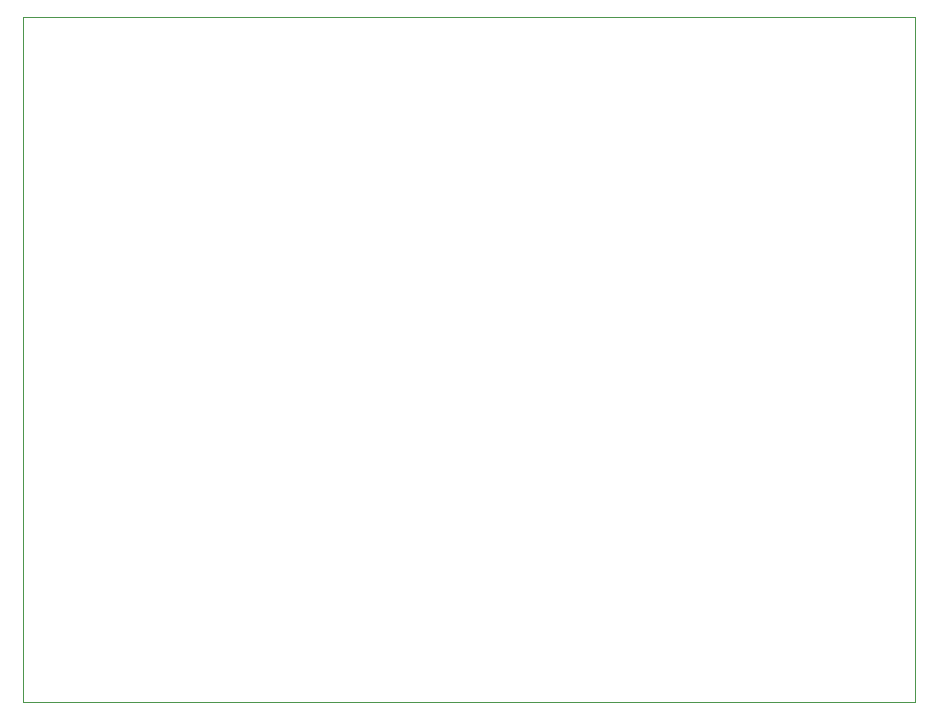
<source format=gbr>
%TF.GenerationSoftware,KiCad,Pcbnew,(6.0.5)*%
%TF.CreationDate,2023-02-27T08:13:59-05:00*%
%TF.ProjectId,UGV_Board,5547565f-426f-4617-9264-2e6b69636164,rev?*%
%TF.SameCoordinates,Original*%
%TF.FileFunction,Profile,NP*%
%FSLAX46Y46*%
G04 Gerber Fmt 4.6, Leading zero omitted, Abs format (unit mm)*
G04 Created by KiCad (PCBNEW (6.0.5)) date 2023-02-27 08:13:59*
%MOMM*%
%LPD*%
G01*
G04 APERTURE LIST*
%TA.AperFunction,Profile*%
%ADD10C,0.100000*%
%TD*%
G04 APERTURE END LIST*
D10*
X127000000Y-59000000D02*
X202500000Y-59000000D01*
X202500000Y-59000000D02*
X202500000Y-117000000D01*
X202500000Y-117000000D02*
X127000000Y-117000000D01*
X127000000Y-117000000D02*
X127000000Y-59000000D01*
M02*

</source>
